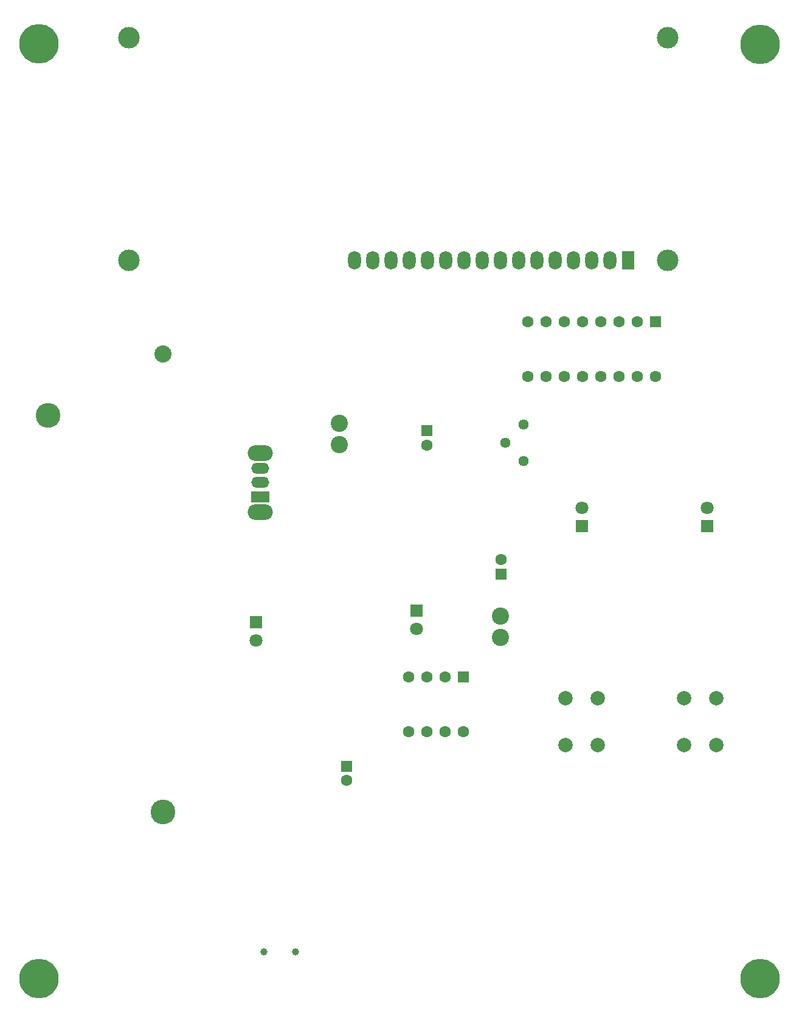
<source format=gbr>
%TF.GenerationSoftware,KiCad,Pcbnew,9.0.6*%
%TF.CreationDate,2026-01-23T11:35:01+01:00*%
%TF.ProjectId,Seminar,53656d69-6e61-4722-9e6b-696361645f70,rev?*%
%TF.SameCoordinates,Original*%
%TF.FileFunction,Soldermask,Bot*%
%TF.FilePolarity,Negative*%
%FSLAX46Y46*%
G04 Gerber Fmt 4.6, Leading zero omitted, Abs format (unit mm)*
G04 Created by KiCad (PCBNEW 9.0.6) date 2026-01-23 11:35:01*
%MOMM*%
%LPD*%
G01*
G04 APERTURE LIST*
G04 Aperture macros list*
%AMRoundRect*
0 Rectangle with rounded corners*
0 $1 Rounding radius*
0 $2 $3 $4 $5 $6 $7 $8 $9 X,Y pos of 4 corners*
0 Add a 4 corners polygon primitive as box body*
4,1,4,$2,$3,$4,$5,$6,$7,$8,$9,$2,$3,0*
0 Add four circle primitives for the rounded corners*
1,1,$1+$1,$2,$3*
1,1,$1+$1,$4,$5*
1,1,$1+$1,$6,$7*
1,1,$1+$1,$8,$9*
0 Add four rect primitives between the rounded corners*
20,1,$1+$1,$2,$3,$4,$5,0*
20,1,$1+$1,$4,$5,$6,$7,0*
20,1,$1+$1,$6,$7,$8,$9,0*
20,1,$1+$1,$8,$9,$2,$3,0*%
G04 Aperture macros list end*
%ADD10O,3.500000X2.200000*%
%ADD11R,2.500000X1.500000*%
%ADD12O,2.500000X1.500000*%
%ADD13RoundRect,0.250000X-0.550000X0.550000X-0.550000X-0.550000X0.550000X-0.550000X0.550000X0.550000X0*%
%ADD14C,1.600000*%
%ADD15C,2.390000*%
%ADD16C,3.450000*%
%ADD17C,5.500000*%
%ADD18C,1.000000*%
%ADD19R,1.800000X1.800000*%
%ADD20C,1.800000*%
%ADD21C,2.000000*%
%ADD22C,1.440000*%
%ADD23RoundRect,0.250000X0.550000X-0.550000X0.550000X0.550000X-0.550000X0.550000X-0.550000X-0.550000X0*%
%ADD24C,2.400000*%
%ADD25C,3.000000*%
%ADD26R,1.800000X2.600000*%
%ADD27O,1.800000X2.600000*%
G04 APERTURE END LIST*
D10*
%TO.C,SW3*%
X65500000Y-88550000D03*
X65500000Y-80350000D03*
D11*
X65500000Y-86450000D03*
D12*
X65500000Y-84450000D03*
X65500000Y-82450000D03*
%TD*%
D13*
%TO.C,C4*%
X88750000Y-77244888D03*
D14*
X88750000Y-79244888D03*
%TD*%
D15*
%TO.C,BT1*%
X52000000Y-66570000D03*
D16*
X36000000Y-75080000D03*
X52000000Y-130320000D03*
%TD*%
D17*
%TO.C,H3*%
X135150000Y-153550000D03*
%TD*%
D13*
%TO.C,C1*%
X77500000Y-123950000D03*
D14*
X77500000Y-125950000D03*
%TD*%
D17*
%TO.C,H4*%
X135075000Y-23425000D03*
%TD*%
D18*
%TO.C,J1*%
X66050000Y-149750000D03*
X70450000Y-149750000D03*
%TD*%
D19*
%TO.C,D1*%
X110269694Y-90505306D03*
D20*
X110269694Y-87965306D03*
%TD*%
D13*
%TO.C,U3*%
X93799500Y-111490500D03*
D14*
X91259500Y-111490500D03*
X88719500Y-111490500D03*
X86179500Y-111490500D03*
X86179500Y-119110500D03*
X88719500Y-119110500D03*
X91259500Y-119110500D03*
X93799500Y-119110500D03*
%TD*%
D21*
%TO.C,SW1*%
X108019694Y-120980306D03*
X108019694Y-114480306D03*
X112519694Y-120980306D03*
X112519694Y-114480306D03*
%TD*%
D22*
%TO.C,RV1*%
X102140000Y-81490000D03*
X99600000Y-78950000D03*
X102140000Y-76410000D03*
%TD*%
D23*
%TO.C,C2*%
X99000000Y-97200000D03*
D14*
X99000000Y-95200000D03*
%TD*%
D17*
%TO.C,H1*%
X34675000Y-153550000D03*
%TD*%
D19*
%TO.C,D4*%
X64900000Y-103935000D03*
D20*
X64900000Y-106475000D03*
%TD*%
D13*
%TO.C,U2*%
X120540000Y-62080000D03*
D14*
X118000000Y-62080000D03*
X115460000Y-62080000D03*
X112920000Y-62080000D03*
X110380000Y-62080000D03*
X107840000Y-62080000D03*
X105300000Y-62080000D03*
X102760000Y-62080000D03*
X102760000Y-69700000D03*
X105300000Y-69700000D03*
X107840000Y-69700000D03*
X110380000Y-69700000D03*
X112920000Y-69700000D03*
X115460000Y-69700000D03*
X118000000Y-69700000D03*
X120540000Y-69700000D03*
%TD*%
D24*
%TO.C,L1*%
X98989500Y-106045500D03*
X98989500Y-103045500D03*
%TD*%
%TO.C,L1*%
X76500000Y-79200000D03*
X76500000Y-76200000D03*
%TD*%
D19*
%TO.C,D3*%
X87239500Y-102295500D03*
D20*
X87239500Y-104835500D03*
%TD*%
D25*
%TO.C,DS1*%
X122249100Y-53557500D03*
X122249100Y-22556800D03*
X47250520Y-22556800D03*
X47250000Y-53557500D03*
D26*
X116750000Y-53557500D03*
D27*
X114210000Y-53557500D03*
X111670000Y-53557500D03*
X109130000Y-53557500D03*
X106590000Y-53557500D03*
X104050000Y-53557500D03*
X101510000Y-53557500D03*
X98970000Y-53557500D03*
X96430000Y-53557500D03*
X93890000Y-53557500D03*
X91350000Y-53557500D03*
X88810000Y-53557500D03*
X86270000Y-53557500D03*
X83730000Y-53557500D03*
X81190000Y-53557500D03*
X78650000Y-53557500D03*
%TD*%
D17*
%TO.C,H2*%
X34675000Y-23400000D03*
%TD*%
D21*
%TO.C,SW2*%
X129019694Y-114480306D03*
X129019694Y-120980306D03*
X124519694Y-114480306D03*
X124519694Y-120980306D03*
%TD*%
D19*
%TO.C,D2*%
X127769694Y-90505306D03*
D20*
X127769694Y-87965306D03*
%TD*%
M02*

</source>
